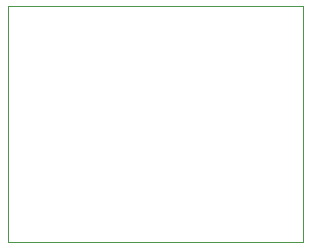
<source format=gm1>
G04 #@! TF.GenerationSoftware,KiCad,Pcbnew,8.0.7*
G04 #@! TF.CreationDate,2025-01-24T00:56:05+09:00*
G04 #@! TF.ProjectId,ch340_silial_release,63683334-305f-4736-996c-69616c5f7265,rev?*
G04 #@! TF.SameCoordinates,Original*
G04 #@! TF.FileFunction,Profile,NP*
%FSLAX46Y46*%
G04 Gerber Fmt 4.6, Leading zero omitted, Abs format (unit mm)*
G04 Created by KiCad (PCBNEW 8.0.7) date 2025-01-24 00:56:05*
%MOMM*%
%LPD*%
G01*
G04 APERTURE LIST*
G04 #@! TA.AperFunction,Profile*
%ADD10C,0.050000*%
G04 #@! TD*
G04 APERTURE END LIST*
D10*
X126775000Y-70000000D02*
X101775000Y-70000000D01*
X101775000Y-70000000D02*
X101775000Y-50010000D01*
X126775000Y-50000000D02*
X126775000Y-70000000D01*
X101775000Y-50005000D02*
X126775000Y-50005000D01*
M02*

</source>
